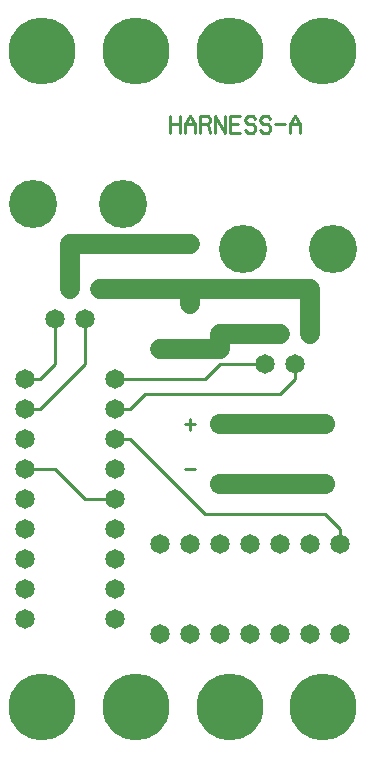
<source format=gtl>
%MOIN*%
%FSLAX25Y25*%
G04 D10 used for Character Trace; *
G04     Circle (OD=.01000) (No hole)*
G04 D11 used for Power Trace; *
G04     Circle (OD=.06700) (No hole)*
G04 D12 used for Signal Trace; *
G04     Circle (OD=.01100) (No hole)*
G04 D13 used for Via; *
G04     Circle (OD=.05800) (Round. Hole ID=.02800)*
G04 D14 used for Component hole; *
G04     Circle (OD=.06500) (Round. Hole ID=.03500)*
G04 D15 used for Component hole; *
G04     Circle (OD=.06700) (Round. Hole ID=.04300)*
G04 D16 used for Component hole; *
G04     Circle (OD=.08100) (Round. Hole ID=.05100)*
G04 D17 used for Component hole; *
G04     Circle (OD=.08900) (Round. Hole ID=.05900)*
G04 D18 used for Component hole; *
G04     Circle (OD=.11300) (Round. Hole ID=.08300)*
G04 D19 used for Component hole; *
G04     Circle (OD=.16000) (Round. Hole ID=.13000)*
G04 D20 used for Component hole; *
G04     Circle (OD=.18300) (Round. Hole ID=.15300)*
G04 D21 used for Component hole; *
G04     Circle (OD=.22291) (Round. Hole ID=.19291)*
%ADD10C,.01000*%
%ADD11C,.06700*%
%ADD12C,.01100*%
%ADD13C,.05800*%
%ADD14C,.06500*%
%ADD15C,.06700*%
%ADD16C,.08100*%
%ADD17C,.08900*%
%ADD18C,.11300*%
%ADD19C,.16000*%
%ADD20C,.18300*%
%ADD21C,.22291*%
%IPPOS*%
%LPD*%
G90*X0Y0D02*D21*X15625Y15625D03*D14*              
X40000Y45000D03*X10000D03*D21*X46875Y15625D03*D14*
X40000Y55000D03*X10000D03*X55000Y40000D03*        
X40000Y65000D03*X10000D03*X65000Y40000D03*        
Y70000D03*X55000D03*X40000Y75000D03*X10000D03*    
X75000Y40000D03*Y70000D03*D12*X70000Y80000D02*    
X110000D01*X115000Y75000D01*Y70000D01*D14*D03*    
X105000D03*X95000D03*D15*X110000Y90000D03*D11*    
X75000D01*D15*D03*D10*X63326Y95000D02*X66674D01*  
D12*X70000Y80000D02*X45000Y105000D01*X40000D01*   
D14*D03*D12*Y115000D02*X45000D01*D14*X40000D03*   
D12*X45000D02*X50000Y120000D01*X95000D01*         
X100000Y125000D01*Y130000D01*D14*D03*             
X105000Y140000D03*D11*Y155000D01*X65000D01*       
Y150000D01*D14*D03*D11*X35000Y155000D02*X65000D01*
D14*X35000D03*X30000Y145000D03*D12*Y130000D01*    
X15000Y115000D01*X10000D01*D14*D03*D12*Y125000D02*
X15000D01*D14*X10000D03*D12*X15000D02*            
X20000Y130000D01*Y145000D01*D14*D03*              
X25000Y155000D03*D11*Y170000D01*X65000D01*D14*D03*
D19*X82500Y168500D03*X42500Y183500D03*D14*        
X95000Y140000D03*D11*X75000D01*Y135000D01*        
X55000D01*D13*D03*D12*X40000Y125000D02*X70000D01* 
D14*X40000D03*D10*X63326Y110000D02*X66674D01*     
X65000Y111914D02*Y108086D01*D14*X10000Y95000D03*  
D12*X20000D01*X30000Y85000D01*X40000D01*D14*D03*  
Y95000D03*X10000Y105000D03*Y85000D03*D15*         
X75000Y110000D03*D11*X110000D01*D15*D03*D14*      
X90000Y130000D03*D12*X75000D01*X70000Y125000D01*  
D19*X112500Y168500D03*D14*X85000Y70000D03*D19*    
X12500Y183500D03*D10*X58326Y207129D02*Y212871D01* 
X61674Y207129D02*Y212871D01*X58326Y210000D02*     
X61674D01*X63326Y207129D02*Y210000D01*            
X65000Y212871D01*X66674Y210000D01*Y207129D01*     
X63326Y210000D02*X66674D01*X68326Y207129D02*      
Y212871D01*X70837D01*X71674Y211914D01*Y210957D01* 
X70837Y210000D01*X68326D01*X70837D02*             
X71674Y207129D01*X73326D02*Y212871D01*            
X76674Y207129D01*Y212871D01*X81674Y207129D02*     
X78326D01*Y212871D01*X81674D01*X78326Y210000D02*  
X80837D01*X86674Y211914D02*X85837Y212871D01*      
X84163D01*X83326Y211914D01*Y210957D01*            
X84163Y210000D01*X85837D01*X86674Y209043D01*      
Y208086D01*X85837Y207129D01*X84163D01*            
X83326Y208086D01*X91674Y211914D02*                
X90837Y212871D01*X89163D01*X88326Y211914D01*      
Y210957D01*X89163Y210000D01*X90837D01*            
X91674Y209043D01*Y208086D01*X90837Y207129D01*     
X89163D01*X88326Y208086D01*X93326Y210000D02*      
X96674D01*X98326Y207129D02*Y210000D01*            
X100000Y212871D01*X101674Y210000D01*Y207129D01*   
X98326Y210000D02*X101674D01*D14*X85000Y40000D03*  
X95000D03*X105000D03*X115000D03*D21*              
X109375Y234375D03*X78125D03*Y15625D03*            
X46875Y234375D03*X109375Y15625D03*                
X15625Y234375D03*M02*                             

</source>
